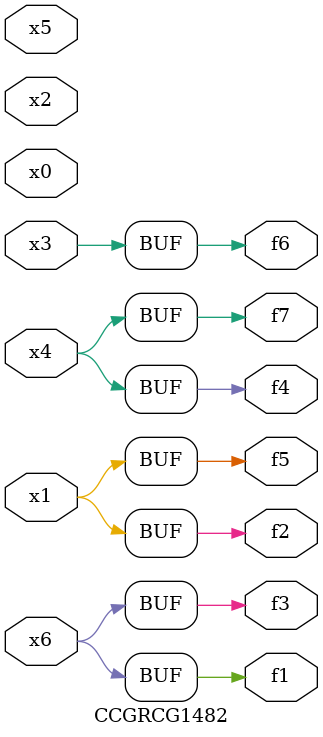
<source format=v>
module CCGRCG1482(
	input x0, x1, x2, x3, x4, x5, x6,
	output f1, f2, f3, f4, f5, f6, f7
);
	assign f1 = x6;
	assign f2 = x1;
	assign f3 = x6;
	assign f4 = x4;
	assign f5 = x1;
	assign f6 = x3;
	assign f7 = x4;
endmodule

</source>
